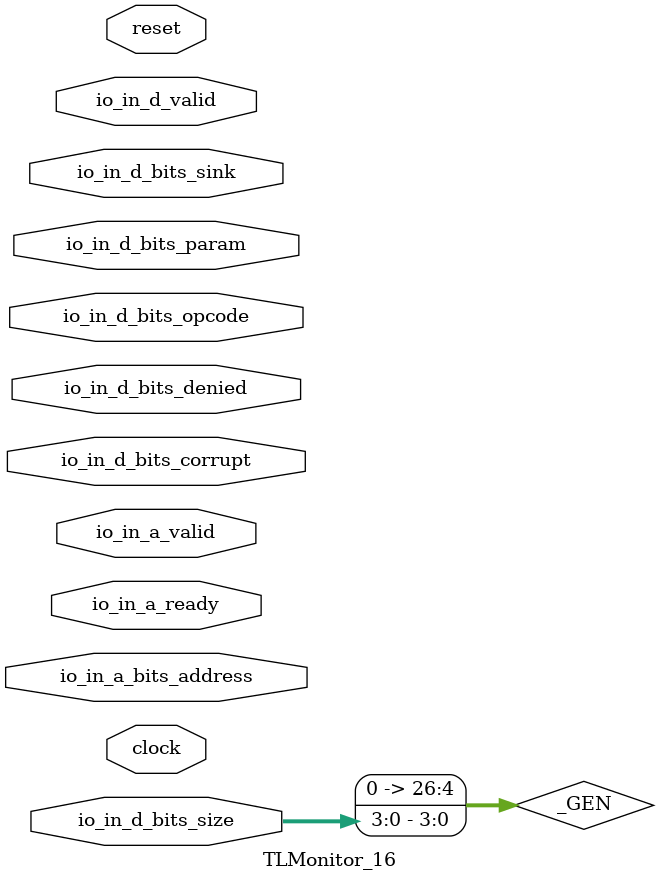
<source format=sv>
`ifndef RANDOMIZE
  `ifdef RANDOMIZE_REG_INIT
    `define RANDOMIZE
  `endif // RANDOMIZE_REG_INIT
`endif // not def RANDOMIZE
`ifndef RANDOMIZE
  `ifdef RANDOMIZE_MEM_INIT
    `define RANDOMIZE
  `endif // RANDOMIZE_MEM_INIT
`endif // not def RANDOMIZE

`ifndef RANDOM
  `define RANDOM $random
`endif // not def RANDOM

// Users can define 'PRINTF_COND' to add an extra gate to prints.
`ifndef PRINTF_COND_
  `ifdef PRINTF_COND
    `define PRINTF_COND_ (`PRINTF_COND)
  `else  // PRINTF_COND
    `define PRINTF_COND_ 1
  `endif // PRINTF_COND
`endif // not def PRINTF_COND_

// Users can define 'ASSERT_VERBOSE_COND' to add an extra gate to assert error printing.
`ifndef ASSERT_VERBOSE_COND_
  `ifdef ASSERT_VERBOSE_COND
    `define ASSERT_VERBOSE_COND_ (`ASSERT_VERBOSE_COND)
  `else  // ASSERT_VERBOSE_COND
    `define ASSERT_VERBOSE_COND_ 1
  `endif // ASSERT_VERBOSE_COND
`endif // not def ASSERT_VERBOSE_COND_

// Users can define 'STOP_COND' to add an extra gate to stop conditions.
`ifndef STOP_COND_
  `ifdef STOP_COND
    `define STOP_COND_ (`STOP_COND)
  `else  // STOP_COND
    `define STOP_COND_ 1
  `endif // STOP_COND
`endif // not def STOP_COND_

// Users can define INIT_RANDOM as general code that gets injected into the
// initializer block for modules with registers.
`ifndef INIT_RANDOM
  `define INIT_RANDOM
`endif // not def INIT_RANDOM

// If using random initialization, you can also define RANDOMIZE_DELAY to
// customize the delay used, otherwise 0.002 is used.
`ifndef RANDOMIZE_DELAY
  `define RANDOMIZE_DELAY 0.002
`endif // not def RANDOMIZE_DELAY

// Define INIT_RANDOM_PROLOG_ for use in our modules below.
`ifndef INIT_RANDOM_PROLOG_
  `ifdef RANDOMIZE
    `ifdef VERILATOR
      `define INIT_RANDOM_PROLOG_ `INIT_RANDOM
    `else  // VERILATOR
      `define INIT_RANDOM_PROLOG_ `INIT_RANDOM #`RANDOMIZE_DELAY begin end
    `endif // VERILATOR
  `else  // RANDOMIZE
    `define INIT_RANDOM_PROLOG_
  `endif // RANDOMIZE
`endif // not def INIT_RANDOM_PROLOG_

module TLMonitor_16(
  input        clock,
               reset,
               io_in_a_ready,
               io_in_a_valid,
  input [31:0] io_in_a_bits_address,
  input        io_in_d_valid,
  input [2:0]  io_in_d_bits_opcode,
  input [1:0]  io_in_d_bits_param,
  input [3:0]  io_in_d_bits_size,
  input        io_in_d_bits_sink,
               io_in_d_bits_denied,
               io_in_d_bits_corrupt
);

  wire [31:0] _plusarg_reader_1_out;	// @[PlusArg.scala:80:11]
  wire [31:0] _plusarg_reader_out;	// @[PlusArg.scala:80:11]
  wire        a_set = io_in_a_ready & io_in_a_valid;	// @[Decoupled.scala:51:35]
  reg  [9:0]  d_first_counter;	// @[Edges.scala:229:27]
  reg  [2:0]  opcode_1;	// @[Monitor.scala:535:22]
  reg  [1:0]  param_1;	// @[Monitor.scala:536:22]
  reg  [3:0]  size_1;	// @[Monitor.scala:537:22]
  reg         source_1;	// @[Monitor.scala:538:22]
  reg         sink;	// @[Monitor.scala:539:22]
  reg         denied;	// @[Monitor.scala:540:22]
  reg         inflight;	// @[Monitor.scala:611:27]
  reg  [3:0]  inflight_opcodes;	// @[Monitor.scala:613:35]
  reg  [7:0]  inflight_sizes;	// @[Monitor.scala:615:33]
  reg  [9:0]  d_first_counter_1;	// @[Edges.scala:229:27]
  wire        d_first_1 = d_first_counter_1 == 10'h0;	// @[Edges.scala:229:27, :231:25]
  wire        d_release_ack = io_in_d_bits_opcode == 3'h6;	// @[Monitor.scala:81:25, :670:46]
  reg  [31:0] watchdog;	// @[Monitor.scala:706:27]
  reg  [9:0]  d_first_counter_2;	// @[Edges.scala:229:27]
  wire        d_first_2 = d_first_counter_2 == 10'h0;	// @[Edges.scala:229:27, :231:25]
  wire [26:0] _GEN = {23'h0, io_in_d_bits_size};	// @[package.scala:235:71]
  wire [26:0] _d_first_beats1_decode_T_1 = 27'hFFF << _GEN;	// @[package.scala:235:71]
  wire [26:0] _d_first_beats1_decode_T_5 = 27'hFFF << _GEN;	// @[package.scala:235:71]
  wire [26:0] _d_first_beats1_decode_T_9 = 27'hFFF << _GEN;	// @[package.scala:235:71]
  wire        d_clr = io_in_d_valid & d_first_1 & ~d_release_ack;	// @[Edges.scala:231:25, Monitor.scala:670:46, :671:74, :675:72]
  wire        _T_1002 = io_in_d_valid & ~(|d_first_counter);	// @[Edges.scala:229:27, :231:25, Monitor.scala:549:20]
  always @(posedge clock) begin
    if (reset) begin
      d_first_counter <= 10'h0;	// @[Edges.scala:229:27]
      inflight <= 1'h0;	// @[Monitor.scala:611:27]
      inflight_opcodes <= 4'h0;	// @[Monitor.scala:138:25, :613:35, :657:77]
      inflight_sizes <= 8'h0;	// @[Monitor.scala:615:33, :745:35]
      d_first_counter_1 <= 10'h0;	// @[Edges.scala:229:27]
      watchdog <= 32'h0;	// @[Bundles.scala:259:74, Monitor.scala:706:27]
      d_first_counter_2 <= 10'h0;	// @[Edges.scala:229:27]
    end
    else begin
      if (io_in_d_valid) begin
        if (|d_first_counter)	// @[Edges.scala:229:27, :231:25]
          d_first_counter <= d_first_counter - 10'h1;	// @[Edges.scala:229:27, :230:28]
        else if (io_in_d_bits_opcode[0])	// @[Edges.scala:106:36]
          d_first_counter <= ~(_d_first_beats1_decode_T_1[11:2]);	// @[Edges.scala:229:27, package.scala:235:{46,71,76}]
        else	// @[Edges.scala:106:36]
          d_first_counter <= 10'h0;	// @[Edges.scala:229:27]
        if (d_first_1) begin	// @[Edges.scala:231:25]
          if (io_in_d_bits_opcode[0])	// @[Edges.scala:106:36]
            d_first_counter_1 <= ~(_d_first_beats1_decode_T_5[11:2]);	// @[Edges.scala:229:27, package.scala:235:{46,71,76}]
          else	// @[Edges.scala:106:36]
            d_first_counter_1 <= 10'h0;	// @[Edges.scala:229:27]
        end
        else	// @[Edges.scala:231:25]
          d_first_counter_1 <= d_first_counter_1 - 10'h1;	// @[Edges.scala:229:27, :230:28]
        if (d_first_2) begin	// @[Edges.scala:231:25]
          if (io_in_d_bits_opcode[0])	// @[Edges.scala:106:36]
            d_first_counter_2 <= ~(_d_first_beats1_decode_T_9[11:2]);	// @[Edges.scala:229:27, package.scala:235:{46,71,76}]
          else	// @[Edges.scala:106:36]
            d_first_counter_2 <= 10'h0;	// @[Edges.scala:229:27]
        end
        else	// @[Edges.scala:231:25]
          d_first_counter_2 <= d_first_counter_2 - 10'h1;	// @[Edges.scala:229:27, :230:28]
      end
      inflight <= (inflight | a_set) & ~d_clr;	// @[Decoupled.scala:51:35, Monitor.scala:611:27, :675:72, :702:{27,36,38}]
      inflight_opcodes <= (inflight_opcodes | (a_set ? {3'h0, a_set} : 4'h0)) & ~{4{d_clr}};	// @[Decoupled.scala:51:35, Monitor.scala:138:25, :613:35, :627:33, :652:72, :656:28, :657:77, :665:33, :675:{72,91}, :677:21, :703:{43,60,62}]
      inflight_sizes <= (inflight_sizes | (a_set ? {3'h0, a_set ? 5'h5 : 5'h0} : 8'h0)) & ~{8{d_clr}};	// @[Decoupled.scala:51:35, Monitor.scala:615:33, :629:31, :645:38, :652:72, :655:{28,59}, :657:28, :667:31, :675:{72,91}, :678:21, :704:{39,54,56}, :745:35]
      if (a_set | io_in_d_valid)	// @[Decoupled.scala:51:35, Monitor.scala:712:27]
        watchdog <= 32'h0;	// @[Bundles.scala:259:74, Monitor.scala:706:27]
      else	// @[Monitor.scala:712:27]
        watchdog <= watchdog + 32'h1;	// @[Monitor.scala:706:27, :711:26]
    end
    if (_T_1002) begin	// @[Monitor.scala:549:20]
      opcode_1 <= io_in_d_bits_opcode;	// @[Monitor.scala:535:22]
      param_1 <= io_in_d_bits_param;	// @[Monitor.scala:536:22]
      size_1 <= io_in_d_bits_size;	// @[Monitor.scala:537:22]
      sink <= io_in_d_bits_sink;	// @[Monitor.scala:539:22]
      denied <= io_in_d_bits_denied;	// @[Monitor.scala:540:22]
    end
    source_1 <= ~_T_1002 & source_1;	// @[Monitor.scala:538:22, :549:{20,32}, :553:15]
  end // always @(posedge)
  `ifndef SYNTHESIS
    wire  [7:0][2:0] _GEN_0 = '{3'h4, 3'h5, 3'h2, 3'h1, 3'h1, 3'h1, 3'h0, 3'h0};	// @[Monitor.scala:690:38]
    wire  [7:0][2:0] _GEN_1 = '{3'h4, 3'h4, 3'h2, 3'h1, 3'h1, 3'h1, 3'h0, 3'h0};	// @[Monitor.scala:689:38]
    wire             _GEN_2 = io_in_d_valid & io_in_d_bits_opcode == 3'h6;	// @[Monitor.scala:81:25, :310:{25,52}]
    wire             _GEN_3 = io_in_d_bits_size[3:1] == 3'h0;	// @[Monitor.scala:312:27]
    wire             _GEN_4 = io_in_d_valid & io_in_d_bits_opcode == 3'h4;	// @[Monitor.scala:104:25, :318:{25,47}]
    wire             _GEN_5 = io_in_d_bits_param == 2'h2;	// @[Misc.scala:205:21, Monitor.scala:323:28]
    wire             _GEN_6 = io_in_d_valid & io_in_d_bits_opcode == 3'h5;	// @[Monitor.scala:146:25, :328:{25,51}]
    wire             _GEN_7 = io_in_d_valid & ~(|io_in_d_bits_opcode);	// @[Monitor.scala:338:{25,51}]
    wire             _GEN_8 = io_in_d_valid & io_in_d_bits_opcode == 3'h1;	// @[Monitor.scala:346:{25,55}, :640:42]
    wire             _GEN_9 = io_in_d_valid & io_in_d_bits_opcode == 3'h2;	// @[Monitor.scala:354:{25,49}, :640:42]
    wire             _T_976 = io_in_d_valid & (|d_first_counter);	// @[Edges.scala:229:27, :231:25, Monitor.scala:541:19]
    wire             _T_1055 = io_in_d_valid & d_first_1;	// @[Edges.scala:231:25, Monitor.scala:671:26]
    wire             _T_1026 = _T_1055 & ~d_release_ack;	// @[Monitor.scala:670:46, :671:{26,74}, :680:71]
    wire             _GEN_10 = _T_1026 & io_in_a_valid;	// @[Monitor.scala:680:71, :684:30]
    wire             _GEN_11 = _T_1026 & ~io_in_a_valid;	// @[Monitor.scala:680:71, :684:30]
    wire             _T_1112 = io_in_d_valid & d_first_2 & d_release_ack;	// @[Edges.scala:231:25, Monitor.scala:670:46, :791:71]
    always @(posedge clock) begin	// @[Monitor.scala:42:11]
      if (io_in_a_valid & ~reset & ~(io_in_a_bits_address[31:12] == 20'h3 | {io_in_a_bits_address[31:15], io_in_a_bits_address[13:12]} == 19'h0 | {io_in_a_bits_address[31:17] ^ 15'h8, io_in_a_bits_address[15:12]} == 19'h0 | io_in_a_bits_address[31:16] == 16'h200 | io_in_a_bits_address[31:26] == 6'h3 | io_in_a_bits_address[31:12] == 20'h54000 | io_in_a_bits_address[31:14] == 18'h20000)) begin	// @[Monitor.scala:42:11, Parameters.scala:137:{31,45,65}, :673:26]
        if (`ASSERT_VERBOSE_COND_)	// @[Monitor.scala:42:11]
          $error("Assertion failed: 'A' channel carries PutFull type which is unexpected using diplomatic parameters (connected at BusWrapper.scala:90:33)\n    at Monitor.scala:42 assert(cond, message)\n");	// @[Monitor.scala:42:11]
        if (`STOP_COND_)	// @[Monitor.scala:42:11]
          $fatal;	// @[Monitor.scala:42:11]
      end
      if (io_in_a_valid & ~reset & (|(io_in_a_bits_address[1:0]))) begin	// @[Edges.scala:21:{16,24}, Monitor.scala:42:11]
        if (`ASSERT_VERBOSE_COND_)	// @[Monitor.scala:42:11]
          $error("Assertion failed: 'A' channel PutFull address not aligned to size (connected at BusWrapper.scala:90:33)\n    at Monitor.scala:42 assert(cond, message)\n");	// @[Monitor.scala:42:11]
        if (`STOP_COND_)	// @[Monitor.scala:42:11]
          $fatal;	// @[Monitor.scala:42:11]
      end
      if (io_in_d_valid & ~reset & (&io_in_d_bits_opcode)) begin	// @[Bundles.scala:45:24, Monitor.scala:49:11]
        if (`ASSERT_VERBOSE_COND_)	// @[Monitor.scala:49:11]
          $error("Assertion failed: 'D' channel has invalid opcode (connected at BusWrapper.scala:90:33)\n    at Monitor.scala:49 assert(cond, message)\n");	// @[Monitor.scala:49:11]
        if (`STOP_COND_)	// @[Monitor.scala:49:11]
          $fatal;	// @[Monitor.scala:49:11]
      end
      if (_GEN_2 & ~reset & _GEN_3) begin	// @[Monitor.scala:49:11, :310:52, :312:27]
        if (`ASSERT_VERBOSE_COND_)	// @[Monitor.scala:49:11]
          $error("Assertion failed: 'D' channel ReleaseAck smaller than a beat (connected at BusWrapper.scala:90:33)\n    at Monitor.scala:49 assert(cond, message)\n");	// @[Monitor.scala:49:11]
        if (`STOP_COND_)	// @[Monitor.scala:49:11]
          $fatal;	// @[Monitor.scala:49:11]
      end
      if (_GEN_2 & ~reset & (|io_in_d_bits_param)) begin	// @[Monitor.scala:49:11, :310:52, :313:28]
        if (`ASSERT_VERBOSE_COND_)	// @[Monitor.scala:49:11]
          $error("Assertion failed: 'D' channel ReleaseeAck carries invalid param (connected at BusWrapper.scala:90:33)\n    at Monitor.scala:49 assert(cond, message)\n");	// @[Monitor.scala:49:11]
        if (`STOP_COND_)	// @[Monitor.scala:49:11]
          $fatal;	// @[Monitor.scala:49:11]
      end
      if (_GEN_2 & ~reset & io_in_d_bits_corrupt) begin	// @[Monitor.scala:49:11, :310:52]
        if (`ASSERT_VERBOSE_COND_)	// @[Monitor.scala:49:11]
          $error("Assertion failed: 'D' channel ReleaseAck is corrupt (connected at BusWrapper.scala:90:33)\n    at Monitor.scala:49 assert(cond, message)\n");	// @[Monitor.scala:49:11]
        if (`STOP_COND_)	// @[Monitor.scala:49:11]
          $fatal;	// @[Monitor.scala:49:11]
      end
      if (_GEN_2 & ~reset & io_in_d_bits_denied) begin	// @[Monitor.scala:49:11, :310:52]
        if (`ASSERT_VERBOSE_COND_)	// @[Monitor.scala:49:11]
          $error("Assertion failed: 'D' channel ReleaseAck is denied (connected at BusWrapper.scala:90:33)\n    at Monitor.scala:49 assert(cond, message)\n");	// @[Monitor.scala:49:11]
        if (`STOP_COND_)	// @[Monitor.scala:49:11]
          $fatal;	// @[Monitor.scala:49:11]
      end
      if (_GEN_4 & ~reset) begin	// @[Monitor.scala:49:11, :318:47]
        if (`ASSERT_VERBOSE_COND_)	// @[Monitor.scala:49:11]
          $error("Assertion failed: 'D' channel Grant carries invalid sink ID (connected at BusWrapper.scala:90:33)\n    at Monitor.scala:49 assert(cond, message)\n");	// @[Monitor.scala:49:11]
        if (`STOP_COND_)	// @[Monitor.scala:49:11]
          $fatal;	// @[Monitor.scala:49:11]
      end
      if (_GEN_4 & ~reset & _GEN_3) begin	// @[Monitor.scala:49:11, :312:27, :318:47]
        if (`ASSERT_VERBOSE_COND_)	// @[Monitor.scala:49:11]
          $error("Assertion failed: 'D' channel Grant smaller than a beat (connected at BusWrapper.scala:90:33)\n    at Monitor.scala:49 assert(cond, message)\n");	// @[Monitor.scala:49:11]
        if (`STOP_COND_)	// @[Monitor.scala:49:11]
          $fatal;	// @[Monitor.scala:49:11]
      end
      if (_GEN_4 & ~reset & (&io_in_d_bits_param)) begin	// @[Bundles.scala:105:26, Monitor.scala:49:11, :318:47]
        if (`ASSERT_VERBOSE_COND_)	// @[Monitor.scala:49:11]
          $error("Assertion failed: 'D' channel Grant carries invalid cap param (connected at BusWrapper.scala:90:33)\n    at Monitor.scala:49 assert(cond, message)\n");	// @[Monitor.scala:49:11]
        if (`STOP_COND_)	// @[Monitor.scala:49:11]
          $fatal;	// @[Monitor.scala:49:11]
      end
      if (_GEN_4 & ~reset & _GEN_5) begin	// @[Monitor.scala:49:11, :318:47, :323:28]
        if (`ASSERT_VERBOSE_COND_)	// @[Monitor.scala:49:11]
          $error("Assertion failed: 'D' channel Grant carries toN param (connected at BusWrapper.scala:90:33)\n    at Monitor.scala:49 assert(cond, message)\n");	// @[Monitor.scala:49:11]
        if (`STOP_COND_)	// @[Monitor.scala:49:11]
          $fatal;	// @[Monitor.scala:49:11]
      end
      if (_GEN_4 & ~reset & io_in_d_bits_corrupt) begin	// @[Monitor.scala:49:11, :318:47]
        if (`ASSERT_VERBOSE_COND_)	// @[Monitor.scala:49:11]
          $error("Assertion failed: 'D' channel Grant is corrupt (connected at BusWrapper.scala:90:33)\n    at Monitor.scala:49 assert(cond, message)\n");	// @[Monitor.scala:49:11]
        if (`STOP_COND_)	// @[Monitor.scala:49:11]
          $fatal;	// @[Monitor.scala:49:11]
      end
      if (_GEN_6 & ~reset) begin	// @[Monitor.scala:49:11, :328:51]
        if (`ASSERT_VERBOSE_COND_)	// @[Monitor.scala:49:11]
          $error("Assertion failed: 'D' channel GrantData carries invalid sink ID (connected at BusWrapper.scala:90:33)\n    at Monitor.scala:49 assert(cond, message)\n");	// @[Monitor.scala:49:11]
        if (`STOP_COND_)	// @[Monitor.scala:49:11]
          $fatal;	// @[Monitor.scala:49:11]
      end
      if (_GEN_6 & ~reset & _GEN_3) begin	// @[Monitor.scala:49:11, :312:27, :328:51]
        if (`ASSERT_VERBOSE_COND_)	// @[Monitor.scala:49:11]
          $error("Assertion failed: 'D' channel GrantData smaller than a beat (connected at BusWrapper.scala:90:33)\n    at Monitor.scala:49 assert(cond, message)\n");	// @[Monitor.scala:49:11]
        if (`STOP_COND_)	// @[Monitor.scala:49:11]
          $fatal;	// @[Monitor.scala:49:11]
      end
      if (_GEN_6 & ~reset & (&io_in_d_bits_param)) begin	// @[Bundles.scala:105:26, Monitor.scala:49:11, :328:51]
        if (`ASSERT_VERBOSE_COND_)	// @[Monitor.scala:49:11]
          $error("Assertion failed: 'D' channel GrantData carries invalid cap param (connected at BusWrapper.scala:90:33)\n    at Monitor.scala:49 assert(cond, message)\n");	// @[Monitor.scala:49:11]
        if (`STOP_COND_)	// @[Monitor.scala:49:11]
          $fatal;	// @[Monitor.scala:49:11]
      end
      if (_GEN_6 & ~reset & _GEN_5) begin	// @[Monitor.scala:49:11, :323:28, :328:51]
        if (`ASSERT_VERBOSE_COND_)	// @[Monitor.scala:49:11]
          $error("Assertion failed: 'D' channel GrantData carries toN param (connected at BusWrapper.scala:90:33)\n    at Monitor.scala:49 assert(cond, message)\n");	// @[Monitor.scala:49:11]
        if (`STOP_COND_)	// @[Monitor.scala:49:11]
          $fatal;	// @[Monitor.scala:49:11]
      end
      if (_GEN_6 & ~reset & ~(~io_in_d_bits_denied | io_in_d_bits_corrupt)) begin	// @[Monitor.scala:49:11, :328:51, :334:{15,30}]
        if (`ASSERT_VERBOSE_COND_)	// @[Monitor.scala:49:11]
          $error("Assertion failed: 'D' channel GrantData is denied but not corrupt (connected at BusWrapper.scala:90:33)\n    at Monitor.scala:49 assert(cond, message)\n");	// @[Monitor.scala:49:11]
        if (`STOP_COND_)	// @[Monitor.scala:49:11]
          $fatal;	// @[Monitor.scala:49:11]
      end
      if (_GEN_7 & ~reset & (|io_in_d_bits_param)) begin	// @[Monitor.scala:49:11, :338:51, :341:28]
        if (`ASSERT_VERBOSE_COND_)	// @[Monitor.scala:49:11]
          $error("Assertion failed: 'D' channel AccessAck carries invalid param (connected at BusWrapper.scala:90:33)\n    at Monitor.scala:49 assert(cond, message)\n");	// @[Monitor.scala:49:11]
        if (`STOP_COND_)	// @[Monitor.scala:49:11]
          $fatal;	// @[Monitor.scala:49:11]
      end
      if (_GEN_7 & ~reset & io_in_d_bits_corrupt) begin	// @[Monitor.scala:49:11, :338:51]
        if (`ASSERT_VERBOSE_COND_)	// @[Monitor.scala:49:11]
          $error("Assertion failed: 'D' channel AccessAck is corrupt (connected at BusWrapper.scala:90:33)\n    at Monitor.scala:49 assert(cond, message)\n");	// @[Monitor.scala:49:11]
        if (`STOP_COND_)	// @[Monitor.scala:49:11]
          $fatal;	// @[Monitor.scala:49:11]
      end
      if (_GEN_8 & ~reset & (|io_in_d_bits_param)) begin	// @[Monitor.scala:49:11, :346:55, :349:28]
        if (`ASSERT_VERBOSE_COND_)	// @[Monitor.scala:49:11]
          $error("Assertion failed: 'D' channel AccessAckData carries invalid param (connected at BusWrapper.scala:90:33)\n    at Monitor.scala:49 assert(cond, message)\n");	// @[Monitor.scala:49:11]
        if (`STOP_COND_)	// @[Monitor.scala:49:11]
          $fatal;	// @[Monitor.scala:49:11]
      end
      if (_GEN_8 & ~reset & ~(~io_in_d_bits_denied | io_in_d_bits_corrupt)) begin	// @[Monitor.scala:49:11, :346:55, :350:{15,30}]
        if (`ASSERT_VERBOSE_COND_)	// @[Monitor.scala:49:11]
          $error("Assertion failed: 'D' channel AccessAckData is denied but not corrupt (connected at BusWrapper.scala:90:33)\n    at Monitor.scala:49 assert(cond, message)\n");	// @[Monitor.scala:49:11]
        if (`STOP_COND_)	// @[Monitor.scala:49:11]
          $fatal;	// @[Monitor.scala:49:11]
      end
      if (_GEN_9 & ~reset & (|io_in_d_bits_param)) begin	// @[Monitor.scala:49:11, :354:49, :357:28]
        if (`ASSERT_VERBOSE_COND_)	// @[Monitor.scala:49:11]
          $error("Assertion failed: 'D' channel HintAck carries invalid param (connected at BusWrapper.scala:90:33)\n    at Monitor.scala:49 assert(cond, message)\n");	// @[Monitor.scala:49:11]
        if (`STOP_COND_)	// @[Monitor.scala:49:11]
          $fatal;	// @[Monitor.scala:49:11]
      end
      if (_GEN_9 & ~reset & io_in_d_bits_corrupt) begin	// @[Monitor.scala:49:11, :354:49]
        if (`ASSERT_VERBOSE_COND_)	// @[Monitor.scala:49:11]
          $error("Assertion failed: 'D' channel HintAck is corrupt (connected at BusWrapper.scala:90:33)\n    at Monitor.scala:49 assert(cond, message)\n");	// @[Monitor.scala:49:11]
        if (`STOP_COND_)	// @[Monitor.scala:49:11]
          $fatal;	// @[Monitor.scala:49:11]
      end
      if (_T_976 & ~reset & io_in_d_bits_opcode != opcode_1) begin	// @[Monitor.scala:49:11, :535:22, :541:19, :542:29]
        if (`ASSERT_VERBOSE_COND_)	// @[Monitor.scala:49:11]
          $error("Assertion failed: 'D' channel opcode changed within multibeat operation (connected at BusWrapper.scala:90:33)\n    at Monitor.scala:49 assert(cond, message)\n");	// @[Monitor.scala:49:11]
        if (`STOP_COND_)	// @[Monitor.scala:49:11]
          $fatal;	// @[Monitor.scala:49:11]
      end
      if (_T_976 & ~reset & io_in_d_bits_param != param_1) begin	// @[Monitor.scala:49:11, :536:22, :541:19, :543:29]
        if (`ASSERT_VERBOSE_COND_)	// @[Monitor.scala:49:11]
          $error("Assertion failed: 'D' channel param changed within multibeat operation (connected at BusWrapper.scala:90:33)\n    at Monitor.scala:49 assert(cond, message)\n");	// @[Monitor.scala:49:11]
        if (`STOP_COND_)	// @[Monitor.scala:49:11]
          $fatal;	// @[Monitor.scala:49:11]
      end
      if (_T_976 & ~reset & io_in_d_bits_size != size_1) begin	// @[Monitor.scala:49:11, :537:22, :541:19, :544:29]
        if (`ASSERT_VERBOSE_COND_)	// @[Monitor.scala:49:11]
          $error("Assertion failed: 'D' channel size changed within multibeat operation (connected at BusWrapper.scala:90:33)\n    at Monitor.scala:49 assert(cond, message)\n");	// @[Monitor.scala:49:11]
        if (`STOP_COND_)	// @[Monitor.scala:49:11]
          $fatal;	// @[Monitor.scala:49:11]
      end
      if (_T_976 & ~reset & source_1) begin	// @[Monitor.scala:49:11, :538:22, :541:19]
        if (`ASSERT_VERBOSE_COND_)	// @[Monitor.scala:49:11]
          $error("Assertion failed: 'D' channel source changed within multibeat operation (connected at BusWrapper.scala:90:33)\n    at Monitor.scala:49 assert(cond, message)\n");	// @[Monitor.scala:49:11]
        if (`STOP_COND_)	// @[Monitor.scala:49:11]
          $fatal;	// @[Monitor.scala:49:11]
      end
      if (_T_976 & ~reset & io_in_d_bits_sink != sink) begin	// @[Monitor.scala:49:11, :539:22, :541:19, :546:29]
        if (`ASSERT_VERBOSE_COND_)	// @[Monitor.scala:49:11]
          $error("Assertion failed: 'D' channel sink changed with multibeat operation (connected at BusWrapper.scala:90:33)\n    at Monitor.scala:49 assert(cond, message)\n");	// @[Monitor.scala:49:11]
        if (`STOP_COND_)	// @[Monitor.scala:49:11]
          $fatal;	// @[Monitor.scala:49:11]
      end
      if (_T_976 & ~reset & io_in_d_bits_denied != denied) begin	// @[Monitor.scala:49:11, :540:22, :541:19, :547:29]
        if (`ASSERT_VERBOSE_COND_)	// @[Monitor.scala:49:11]
          $error("Assertion failed: 'D' channel denied changed with multibeat operation (connected at BusWrapper.scala:90:33)\n    at Monitor.scala:49 assert(cond, message)\n");	// @[Monitor.scala:49:11]
        if (`STOP_COND_)	// @[Monitor.scala:49:11]
          $fatal;	// @[Monitor.scala:49:11]
      end
      if (a_set & ~reset & inflight) begin	// @[Decoupled.scala:51:35, Monitor.scala:42:11, :611:27]
        if (`ASSERT_VERBOSE_COND_)	// @[Monitor.scala:42:11]
          $error("Assertion failed: 'A' channel re-used a source ID (connected at BusWrapper.scala:90:33)\n    at Monitor.scala:42 assert(cond, message)\n");	// @[Monitor.scala:42:11]
        if (`STOP_COND_)	// @[Monitor.scala:42:11]
          $fatal;	// @[Monitor.scala:42:11]
      end
      if (_T_1026 & ~reset & ~(inflight | io_in_a_valid)) begin	// @[Monitor.scala:49:11, :611:27, :680:71, :682:49]
        if (`ASSERT_VERBOSE_COND_)	// @[Monitor.scala:49:11]
          $error("Assertion failed: 'D' channel acknowledged for nothing inflight (connected at BusWrapper.scala:90:33)\n    at Monitor.scala:49 assert(cond, message)\n");	// @[Monitor.scala:49:11]
        if (`STOP_COND_)	// @[Monitor.scala:49:11]
          $fatal;	// @[Monitor.scala:49:11]
      end
      if (_GEN_10 & ~reset & ~(~(|io_in_d_bits_opcode) | ~(|io_in_d_bits_opcode))) begin	// @[Monitor.scala:49:11, :338:25, :684:30, :685:{38,77}, :686:39]
        if (`ASSERT_VERBOSE_COND_)	// @[Monitor.scala:49:11]
          $error("Assertion failed: 'D' channel contains improper opcode response (connected at BusWrapper.scala:90:33)\n    at Monitor.scala:49 assert(cond, message)\n");	// @[Monitor.scala:49:11]
        if (`STOP_COND_)	// @[Monitor.scala:49:11]
          $fatal;	// @[Monitor.scala:49:11]
      end
      if (_GEN_10 & ~reset & io_in_d_bits_size != 4'h2) begin	// @[Monitor.scala:49:11, :684:30, :687:36]
        if (`ASSERT_VERBOSE_COND_)	// @[Monitor.scala:49:11]
          $error("Assertion failed: 'D' channel contains improper response size (connected at BusWrapper.scala:90:33)\n    at Monitor.scala:49 assert(cond, message)\n");	// @[Monitor.scala:49:11]
        if (`STOP_COND_)	// @[Monitor.scala:49:11]
          $fatal;	// @[Monitor.scala:49:11]
      end
      if (_GEN_11 & ~reset & ~(io_in_d_bits_opcode == _GEN_1[inflight_opcodes[3:1]] | io_in_d_bits_opcode == _GEN_0[inflight_opcodes[3:1]])) begin	// @[Monitor.scala:42:11, :49:11, :613:35, :634:152, :684:30, :689:{38,72}, :690:38]
        if (`ASSERT_VERBOSE_COND_)	// @[Monitor.scala:49:11]
          $error("Assertion failed: 'D' channel contains improper opcode response (connected at BusWrapper.scala:90:33)\n    at Monitor.scala:49 assert(cond, message)\n");	// @[Monitor.scala:49:11]
        if (`STOP_COND_)	// @[Monitor.scala:49:11]
          $fatal;	// @[Monitor.scala:49:11]
      end
      if (_GEN_11 & ~reset & {4'h0, io_in_d_bits_size} != {1'h0, inflight_sizes[7:1]}) begin	// @[Monitor.scala:42:11, :49:11, :138:25, :615:33, :638:{19,144}, :657:77, :684:30, :691:36]
        if (`ASSERT_VERBOSE_COND_)	// @[Monitor.scala:49:11]
          $error("Assertion failed: 'D' channel contains improper response size (connected at BusWrapper.scala:90:33)\n    at Monitor.scala:49 assert(cond, message)\n");	// @[Monitor.scala:49:11]
        if (`STOP_COND_)	// @[Monitor.scala:49:11]
          $fatal;	// @[Monitor.scala:49:11]
      end
      if (_T_1055 & io_in_a_valid & ~d_release_ack & ~reset & ~io_in_a_ready) begin	// @[Monitor.scala:49:11, :670:46, :671:{26,74}]
        if (`ASSERT_VERBOSE_COND_)	// @[Monitor.scala:49:11]
          $error("Assertion failed: ready check\n    at Monitor.scala:49 assert(cond, message)\n");	// @[Monitor.scala:49:11]
        if (`STOP_COND_)	// @[Monitor.scala:49:11]
          $fatal;	// @[Monitor.scala:49:11]
      end
      if (~reset & ~(io_in_a_valid != (_T_1055 & ~d_release_ack) | ~io_in_a_valid)) begin	// @[Monitor.scala:49:11, :670:46, :671:{26,71,74}, :699:{29,48,51}]
        if (`ASSERT_VERBOSE_COND_)	// @[Monitor.scala:49:11]
          $error("Assertion failed: 'A' and 'D' concurrent, despite minlatency 2 (connected at BusWrapper.scala:90:33)\n    at Monitor.scala:49 assert(cond, message)\n");	// @[Monitor.scala:49:11]
        if (`STOP_COND_)	// @[Monitor.scala:49:11]
          $fatal;	// @[Monitor.scala:49:11]
      end
      if (~reset & ~(~inflight | _plusarg_reader_out == 32'h0 | watchdog < _plusarg_reader_out)) begin	// @[Bundles.scala:259:74, Monitor.scala:42:11, :611:27, :706:27, :709:{16,39,47,59}, PlusArg.scala:80:11]
        if (`ASSERT_VERBOSE_COND_)	// @[Monitor.scala:42:11]
          $error("Assertion failed: TileLink timeout expired (connected at BusWrapper.scala:90:33)\n    at Monitor.scala:42 assert(cond, message)\n");	// @[Monitor.scala:42:11]
        if (`STOP_COND_)	// @[Monitor.scala:42:11]
          $fatal;	// @[Monitor.scala:42:11]
      end
      if (_T_1112 & ~reset) begin	// @[Monitor.scala:49:11, :791:71]
        if (`ASSERT_VERBOSE_COND_)	// @[Monitor.scala:49:11]
          $error("Assertion failed: 'D' channel acknowledged for nothing inflight (connected at BusWrapper.scala:90:33)\n    at Monitor.scala:49 assert(cond, message)\n");	// @[Monitor.scala:49:11]
        if (`STOP_COND_)	// @[Monitor.scala:49:11]
          $fatal;	// @[Monitor.scala:49:11]
      end
      if (_T_1112 & ~reset & (|io_in_d_bits_size)) begin	// @[Monitor.scala:49:11, :791:71, :797:36]
        if (`ASSERT_VERBOSE_COND_)	// @[Monitor.scala:49:11]
          $error("Assertion failed: 'D' channel contains improper response size (connected at BusWrapper.scala:90:33)\n    at Monitor.scala:49 assert(cond, message)\n");	// @[Monitor.scala:49:11]
        if (`STOP_COND_)	// @[Monitor.scala:49:11]
          $fatal;	// @[Monitor.scala:49:11]
      end
    end // always @(posedge)
    `ifdef FIRRTL_BEFORE_INITIAL
      `FIRRTL_BEFORE_INITIAL
    `endif // FIRRTL_BEFORE_INITIAL
    logic [31:0]     _RANDOM_0;
    logic [31:0]     _RANDOM_1;
    logic [31:0]     _RANDOM_2;
    logic [31:0]     _RANDOM_3;
    logic [31:0]     _RANDOM_4;
    logic [31:0]     _RANDOM_5;
    initial begin
      `ifdef INIT_RANDOM_PROLOG_
        `INIT_RANDOM_PROLOG_
      `endif // INIT_RANDOM_PROLOG_
      `ifdef RANDOMIZE_REG_INIT
        _RANDOM_0 = `RANDOM;
        _RANDOM_1 = `RANDOM;
        _RANDOM_2 = `RANDOM;
        _RANDOM_3 = `RANDOM;
        _RANDOM_4 = `RANDOM;
        _RANDOM_5 = `RANDOM;
        d_first_counter = _RANDOM_1[30:21];	// @[Edges.scala:229:27]
        opcode_1 = {_RANDOM_1[31], _RANDOM_2[1:0]};	// @[Edges.scala:229:27, Monitor.scala:535:22]
        param_1 = _RANDOM_2[3:2];	// @[Monitor.scala:535:22, :536:22]
        size_1 = _RANDOM_2[7:4];	// @[Monitor.scala:535:22, :537:22]
        source_1 = _RANDOM_2[8];	// @[Monitor.scala:535:22, :538:22]
        sink = _RANDOM_2[9];	// @[Monitor.scala:535:22, :539:22]
        denied = _RANDOM_2[10];	// @[Monitor.scala:535:22, :540:22]
        inflight = _RANDOM_2[11];	// @[Monitor.scala:535:22, :611:27]
        inflight_opcodes = _RANDOM_2[15:12];	// @[Monitor.scala:535:22, :613:35]
        inflight_sizes = _RANDOM_2[23:16];	// @[Monitor.scala:535:22, :615:33]
        d_first_counter_1 = _RANDOM_3[11:2];	// @[Edges.scala:229:27]
        watchdog = {_RANDOM_3[31:12], _RANDOM_4[11:0]};	// @[Edges.scala:229:27, Monitor.scala:706:27]
        d_first_counter_2 = _RANDOM_5[12:3];	// @[Edges.scala:229:27]
      `endif // RANDOMIZE_REG_INIT
    end // initial
    `ifdef FIRRTL_AFTER_INITIAL
      `FIRRTL_AFTER_INITIAL
    `endif // FIRRTL_AFTER_INITIAL
  `endif // not def SYNTHESIS
  plusarg_reader #(
    .FORMAT("tilelink_timeout=%d"),
    .DEFAULT(0),
    .WIDTH(32)
  ) plusarg_reader (	// @[PlusArg.scala:80:11]
    .out (_plusarg_reader_out)
  );
  plusarg_reader #(
    .FORMAT("tilelink_timeout=%d"),
    .DEFAULT(0),
    .WIDTH(32)
  ) plusarg_reader_1 (	// @[PlusArg.scala:80:11]
    .out (_plusarg_reader_1_out)
  );
endmodule


</source>
